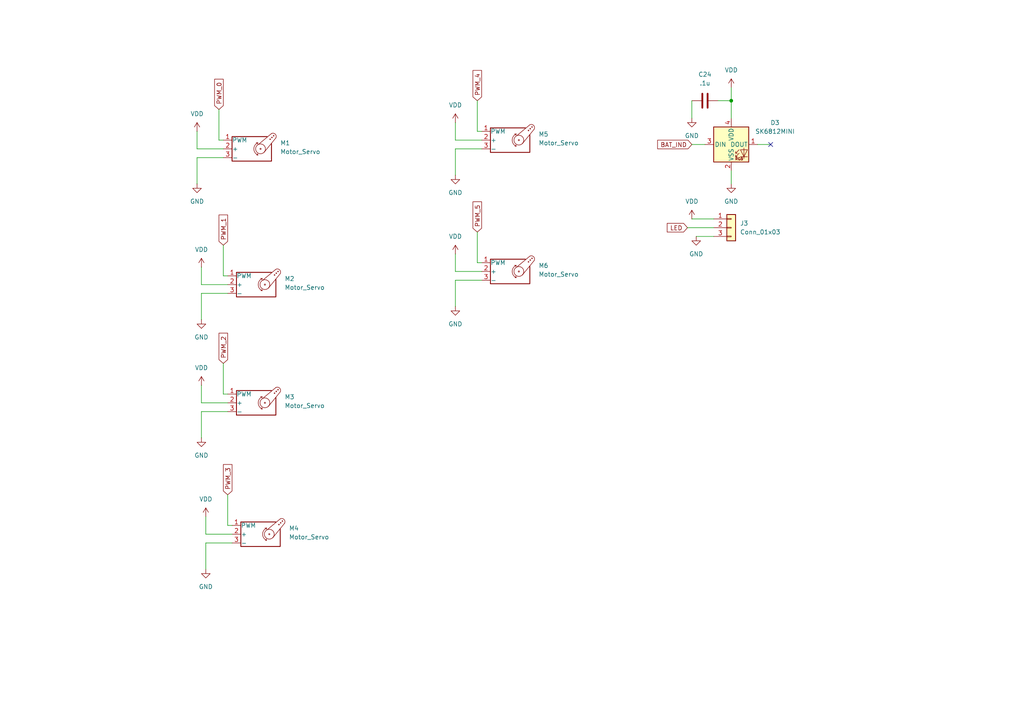
<source format=kicad_sch>
(kicad_sch (version 20231120) (generator "eeschema") (generator_version "8.0")
  (paper "A4")
  (lib_symbols
    (symbol "Connector_Generic:Conn_01x03" (pin_names (offset 1.016) hide)
      (property "Reference" "J" (at 0 5.08 0))
      (property "Value" "Conn_01x03" (at 0 -5.08 0))
      (symbol "Conn_01x03_1_1"
        (rectangle (start -1.27 -2.413) (end 0 -2.667) (stroke (width 0.1524)))
        (rectangle (start -1.27 0.127) (end 0 -0.127) (stroke (width 0.1524)))
        (rectangle (start -1.27 2.667) (end 0 2.413) (stroke (width 0.1524)))
        (rectangle (start -1.27 3.81) (end 1.27 -3.81) (stroke (width 0.254)) (fill (type background)))
        (pin passive line (at -5.08 2.54 0) (length 3.81) (name "Pin_1") (number "1"))
        (pin passive line (at -5.08 0 0) (length 3.81) (name "Pin_2") (number "2"))
        (pin passive line (at -5.08 -2.54 0) (length 3.81) (name "Pin_3") (number "3"))
      )
    )
    (symbol "Device:C" (pin_numbers hide) (pin_names (offset 0.254))
      (property "Reference" "C" (at 0.635 2.54 0))
      (property "Value" "C" (at 0.635 -2.54 0))
      (symbol "C_0_1"
        (polyline (pts (xy -2.032 -0.762) (xy 2.032 -0.762)) (stroke (width 0.508)))
        (polyline (pts (xy -2.032 0.762) (xy 2.032 0.762)) (stroke (width 0.508)))
      )
      (symbol "C_1_1"
        (pin passive line (at 0 3.81 270) (length 2.794) (name "~") (number "1"))
        (pin passive line (at 0 -3.81 90) (length 2.794) (name "~") (number "2"))
      )
    )
    (symbol "LED:SK6812MINI" (pin_names (offset 0.254))
      (property "Reference" "D" (at 5.08 5.715 0))
      (property "Value" "SK6812MINI" (at 1.27 -5.715 0))
      (symbol "SK6812MINI_0_0"
        (text "RGB" (at 2.286 -4.191 0) (effects (font (size 0.762 0.762))))
      )
      (symbol "SK6812MINI_0_1"
        (polyline (pts (xy 1.27 -3.556) (xy 1.778 -3.556)))
        (polyline (pts (xy 1.27 -2.54) (xy 1.778 -2.54)))
        (polyline (pts (xy 4.699 -3.556) (xy 2.667 -3.556)))
        (polyline (pts (xy 2.286 -2.54) (xy 1.27 -3.556) (xy 1.27 -3.048)))
        (polyline (pts (xy 2.286 -1.524) (xy 1.27 -2.54) (xy 1.27 -2.032)))
        (polyline (pts (xy 3.683 -1.016) (xy 3.683 -3.556) (xy 3.683 -4.064)))
        (polyline (pts (xy 4.699 -1.524) (xy 2.667 -1.524) (xy 3.683 -3.556) (xy 4.699 -1.524)))
        (rectangle (start 5.08 5.08) (end -5.08 -5.08) (stroke (width 0.254)) (fill (type background)))
      )
      (symbol "SK6812MINI_1_1"
        (pin output line (at 7.62 0 180) (length 2.54) (name "DOUT") (number "1"))
        (pin power_in line (at 0 -7.62 90) (length 2.54) (name "VSS") (number "2"))
        (pin input line (at -7.62 0 0) (length 2.54) (name "DIN") (number "3"))
        (pin power_in line (at 0 7.62 270) (length 2.54) (name "VDD") (number "4"))
      )
    )
    (symbol "Motor:Motor_Servo" (pin_names (offset 0.0254))
      (property "Reference" "M" (at -5.08 4.445 0))
      (property "Value" "Motor_Servo" (at -5.08 -4.064 0))
      (symbol "Motor_Servo_0_1"
        (polyline (pts (xy 2.413 -1.778) (xy 2.032 -1.778)))
        (polyline (pts (xy 2.413 -1.778) (xy 2.286 -1.397)))
        (polyline (pts (xy 2.413 1.778) (xy 1.905 1.778)))
        (polyline (pts (xy 2.413 1.778) (xy 2.286 1.397)))
        (polyline (pts (xy 6.35 4.445) (xy 2.54 1.27)))
        (polyline (pts (xy 7.62 3.175) (xy 4.191 -1.016)))
        (polyline (pts (xy 5.08 3.556) (xy -5.08 3.556) (xy -5.08 -3.556) (xy 6.35 -3.556) (xy 6.35 1.524)) (stroke (width 0.254)))
        (arc (start 2.413 1.778) (mid 1.2406 0) (end 2.413 -1.778))
        (circle (center 3.175 0) (radius 0.1778))
        (circle (center 3.175 0) (radius 1.4224))
        (circle (center 5.969 2.794) (radius 0.127))
        (circle (center 6.477 3.302) (radius 0.127))
        (circle (center 6.985 3.81) (radius 0.127))
        (arc (start 7.62 3.175) (mid 7.4485 4.2735) (end 6.35 4.445))
      )
      (symbol "Motor_Servo_1_1"
        (pin passive line (at -7.62 2.54 0) (length 2.54) (name "PWM") (number "1"))
        (pin passive line (at -7.62 0 0) (length 2.54) (name "+") (number "2"))
        (pin passive line (at -7.62 -2.54 0) (length 2.54) (name "-") (number "3"))
      )
    )
    (symbol "power:GND" (power) (pin_numbers hide) (pin_names (offset 0) hide)
      (property "Value" "GND" (at 0 -3.81 0))
      (symbol "GND_0_1"
        (polyline (pts (xy 0 0) (xy 0 -1.27) (xy 1.27 -1.27) (xy 0 -2.54) (xy -1.27 -1.27) (xy 0 -1.27)))
      )
      (symbol "GND_1_1"
        (pin power_in line (at 0 0 270) (length 0) (name "~") (number "1"))
      )
    )
    (symbol "power:VDD" (power) (pin_numbers hide) (pin_names (offset 0) hide)
      (property "Value" "VDD" (at 0 3.556 0))
      (symbol "VDD_0_1"
        (polyline (pts (xy -0.762 1.27) (xy 0 2.54)))
        (polyline (pts (xy 0 0) (xy 0 2.54)))
        (polyline (pts (xy 0 2.54) (xy 0.762 1.27)))
      )
      (symbol "VDD_1_1"
        (pin power_in line (at 0 0 90) (length 0) (name "~") (number "1"))
      )
    )
  )
  (junction (at 212.09 29.21))
  (no_connect (at 223.52 41.91))
  (wire (pts (xy 64.77 114.3) (xy 66.04 114.3)))
  (wire (pts (xy 58.42 116.84) (xy 66.04 116.84)))
  (wire (pts (xy 57.15 45.72) (xy 64.77 45.72)))
  (wire (pts (xy 57.15 38.1) (xy 57.15 43.18)))
  (wire (pts (xy 138.43 38.1) (xy 139.7 38.1)))
  (wire (pts (xy 58.42 111.76) (xy 58.42 116.84)))
  (wire (pts (xy 64.77 71.12) (xy 64.77 80.01)))
  (wire (pts (xy 212.09 29.21) (xy 212.09 34.29)))
  (wire (pts (xy 58.42 119.38) (xy 66.04 119.38)))
  (wire (pts (xy 132.08 40.64) (xy 139.7 40.64)))
  (wire (pts (xy 64.77 105.41) (xy 64.77 114.3)))
  (wire (pts (xy 138.43 76.2) (xy 139.7 76.2)))
  (wire (pts (xy 59.69 157.48) (xy 67.31 157.48)))
  (wire (pts (xy 57.15 43.18) (xy 64.77 43.18)))
  (wire (pts (xy 59.69 154.94) (xy 67.31 154.94)))
  (wire (pts (xy 57.15 53.34) (xy 57.15 45.72)))
  (wire (pts (xy 201.93 68.58) (xy 207.01 68.58)))
  (wire (pts (xy 58.42 82.55) (xy 66.04 82.55)))
  (wire (pts (xy 58.42 127) (xy 58.42 119.38)))
  (wire (pts (xy 132.08 50.8) (xy 132.08 43.18)))
  (wire (pts (xy 58.42 77.47) (xy 58.42 82.55)))
  (wire (pts (xy 199.39 66.04) (xy 207.01 66.04)))
  (wire (pts (xy 59.69 149.86) (xy 59.69 154.94)))
  (wire (pts (xy 212.09 25.4) (xy 212.09 29.21)))
  (wire (pts (xy 63.5 40.64) (xy 64.77 40.64)))
  (wire (pts (xy 59.69 165.1) (xy 59.69 157.48)))
  (wire (pts (xy 208.28 29.21) (xy 212.09 29.21)))
  (wire (pts (xy 132.08 81.28) (xy 139.7 81.28)))
  (wire (pts (xy 138.43 29.21) (xy 138.43 38.1)))
  (wire (pts (xy 200.66 34.29) (xy 200.66 29.21)))
  (wire (pts (xy 66.04 143.51) (xy 66.04 152.4)))
  (wire (pts (xy 132.08 35.56) (xy 132.08 40.64)))
  (wire (pts (xy 66.04 152.4) (xy 67.31 152.4)))
  (wire (pts (xy 132.08 73.66) (xy 132.08 78.74)))
  (wire (pts (xy 63.5 31.75) (xy 63.5 40.64)))
  (wire (pts (xy 132.08 43.18) (xy 139.7 43.18)))
  (wire (pts (xy 200.66 63.5) (xy 207.01 63.5)))
  (wire (pts (xy 132.08 78.74) (xy 139.7 78.74)))
  (wire (pts (xy 200.66 41.91) (xy 204.47 41.91)))
  (wire (pts (xy 223.52 41.91) (xy 219.71 41.91)))
  (wire (pts (xy 64.77 80.01) (xy 66.04 80.01)))
  (wire (pts (xy 132.08 88.9) (xy 132.08 81.28)))
  (wire (pts (xy 58.42 92.71) (xy 58.42 85.09)))
  (wire (pts (xy 138.43 67.31) (xy 138.43 76.2)))
  (wire (pts (xy 58.42 85.09) (xy 66.04 85.09)))
  (wire (pts (xy 212.09 53.34) (xy 212.09 49.53)))
  (global_label "PWM_1" (shape input) (at 64.77 71.12 90) (property "Intersheetrefs" "${INTERSHEET_REFS}" (effects (hide yes))))
  (global_label "PWM_3" (shape input) (at 66.04 143.51 90) (property "Intersheetrefs" "${INTERSHEET_REFS}" (effects (hide yes))))
  (global_label "PWM_0" (shape input) (at 63.5 31.75 90) (property "Intersheetrefs" "${INTERSHEET_REFS}" (effects (hide yes))))
  (global_label "LED" (shape input) (at 199.39 66.04 180) (property "Intersheetrefs" "${INTERSHEET_REFS}" (effects (hide yes))))
  (global_label "BAT_IND" (shape input) (at 200.66 41.91 180) (property "Intersheetrefs" "${INTERSHEET_REFS}" (effects (hide yes))))
  (global_label "PWM_5" (shape input) (at 138.43 67.31 90) (property "Intersheetrefs" "${INTERSHEET_REFS}" (effects (hide yes))))
  (global_label "PWM_4" (shape input) (at 138.43 29.21 90) (property "Intersheetrefs" "${INTERSHEET_REFS}" (effects (hide yes))))
  (global_label "PWM_2" (shape input) (at 64.77 105.41 90) (property "Intersheetrefs" "${INTERSHEET_REFS}" (effects (hide yes))))
  (symbol (lib_id "LED:SK6812MINI") (at 212.09 41.91 0) (unit 1)
    (property "Reference" "D3" (at 224.79 35.5914 0))
    (property "Value" "SK6812MINI" (at 224.79 38.1314 0))
    (property "Footprint" "LED_SMD:LED_SK6812MINI_PLCC4_3.5x3.5mm_P1.75mm" (effects (hide yes)))
    (property "Datasheet" "https://cdn-shop.adafruit.com/product-files/2686/SK6812MINI_REV.01-1-2.pdf" (effects (hide yes)))
    (property "Description" "RGB LED with integrated controller" (effects (hide yes)))
    (property "LCSC PN" "C2922787" (effects (hide yes)))
  )
  (symbol (lib_id "power:VDD") (at 57.15 38.1 0) (unit 1)
    (property "Reference" "#PWR044" (effects (hide yes)))
    (property "Value" "VDD" (at 57.15 33.02 0))
    (property "Description" "Power symbol creates a global label with name \"VDD\"" (effects (hide yes)))
  )
  (symbol (lib_id "power:GND") (at 58.42 92.71 0) (unit 1)
    (property "Reference" "#PWR065" (effects (hide yes)))
    (property "Value" "GND" (at 58.42 97.79 0))
    (property "Description" "Power symbol creates a global label with name \"GND\" , ground" (effects (hide yes)))
  )
  (symbol (lib_id "Motor:Motor_Servo") (at 73.66 116.84 0) (unit 1)
    (property "Reference" "M3" (at 82.55 115.1365 0) (effects (justify left)))
    (property "Value" "Motor_Servo" (at 82.55 117.6765 0) (effects (justify left)))
    (property "Footprint" "Connector_PinHeader_2.54mm:PinHeader_1x03_P2.54mm_Vertical" (effects (hide yes)))
    (property "Datasheet" "http://forums.parallax.com/uploads/attachments/46831/74481.png" (effects (hide yes)))
    (property "Description" "Servo Motor (Futaba, HiTec, JR connector)" (effects (hide yes)))
  )
  (symbol (lib_id "power:GND") (at 132.08 88.9 0) (unit 1)
    (property "Reference" "#PWR073" (effects (hide yes)))
    (property "Value" "GND" (at 132.08 93.98 0))
    (property "Description" "Power symbol creates a global label with name \"GND\" , ground" (effects (hide yes)))
  )
  (symbol (lib_id "power:VDD") (at 58.42 77.47 0) (unit 1)
    (property "Reference" "#PWR064" (effects (hide yes)))
    (property "Value" "VDD" (at 58.42 72.39 0))
    (property "Description" "Power symbol creates a global label with name \"VDD\"" (effects (hide yes)))
  )
  (symbol (lib_id "power:GND") (at 58.42 127 0) (unit 1)
    (property "Reference" "#PWR067" (effects (hide yes)))
    (property "Value" "GND" (at 58.42 132.08 0))
    (property "Description" "Power symbol creates a global label with name \"GND\" , ground" (effects (hide yes)))
  )
  (symbol (lib_id "power:VDD") (at 212.09 25.4 0) (unit 1)
    (property "Reference" "#PWR030" (effects (hide yes)))
    (property "Value" "VDD" (at 212.09 20.32 0))
    (property "Description" "Power symbol creates a global label with name \"VDD\"" (effects (hide yes)))
  )
  (symbol (lib_id "Connector_Generic:Conn_01x03") (at 212.09 66.04 0) (unit 1)
    (property "Reference" "J3" (at 214.63 64.7699 0) (effects (justify left)))
    (property "Value" "Conn_01x03" (at 214.63 67.3099 0) (effects (justify left)))
    (property "Footprint" "Connector_PinHeader_2.54mm:PinHeader_1x03_P2.54mm_Horizontal" (effects (hide yes)))
    (property "Description" "Generic connector, single row, 01x03, script generated (kicad-library-utils/schlib/autogen/connector/)" (effects (hide yes)))
  )
  (symbol (lib_id "Motor:Motor_Servo") (at 74.93 154.94 0) (unit 1)
    (property "Reference" "M4" (at 83.82 153.2365 0) (effects (justify left)))
    (property "Value" "Motor_Servo" (at 83.82 155.7765 0) (effects (justify left)))
    (property "Footprint" "Connector_PinHeader_2.54mm:PinHeader_1x03_P2.54mm_Vertical" (effects (hide yes)))
    (property "Datasheet" "http://forums.parallax.com/uploads/attachments/46831/74481.png" (effects (hide yes)))
    (property "Description" "Servo Motor (Futaba, HiTec, JR connector)" (effects (hide yes)))
  )
  (symbol (lib_id "power:GND") (at 132.08 50.8 0) (unit 1)
    (property "Reference" "#PWR071" (effects (hide yes)))
    (property "Value" "GND" (at 132.08 55.88 0))
    (property "Description" "Power symbol creates a global label with name \"GND\" , ground" (effects (hide yes)))
  )
  (symbol (lib_id "power:GND") (at 201.93 68.58 0) (unit 1)
    (property "Reference" "#PWR047" (effects (hide yes)))
    (property "Value" "GND" (at 201.93 73.66 0))
    (property "Description" "Power symbol creates a global label with name \"GND\" , ground" (effects (hide yes)))
  )
  (symbol (lib_id "power:GND") (at 212.09 53.34 0) (unit 1)
    (property "Reference" "#PWR045" (effects (hide yes)))
    (property "Value" "GND" (at 212.09 58.42 0))
    (property "Description" "Power symbol creates a global label with name \"GND\" , ground" (effects (hide yes)))
  )
  (symbol (lib_id "power:VDD") (at 58.42 111.76 0) (unit 1)
    (property "Reference" "#PWR066" (effects (hide yes)))
    (property "Value" "VDD" (at 58.42 106.68 0))
    (property "Description" "Power symbol creates a global label with name \"VDD\"" (effects (hide yes)))
  )
  (symbol (lib_id "power:VDD") (at 132.08 73.66 0) (unit 1)
    (property "Reference" "#PWR072" (effects (hide yes)))
    (property "Value" "VDD" (at 132.08 68.58 0))
    (property "Description" "Power symbol creates a global label with name \"VDD\"" (effects (hide yes)))
  )
  (symbol (lib_id "Motor:Motor_Servo") (at 147.32 78.74 0) (unit 1)
    (property "Reference" "M6" (at 156.21 77.0365 0) (effects (justify left)))
    (property "Value" "Motor_Servo" (at 156.21 79.5765 0) (effects (justify left)))
    (property "Footprint" "Connector_PinHeader_2.54mm:PinHeader_1x03_P2.54mm_Vertical" (effects (hide yes)))
    (property "Datasheet" "http://forums.parallax.com/uploads/attachments/46831/74481.png" (effects (hide yes)))
    (property "Description" "Servo Motor (Futaba, HiTec, JR connector)" (effects (hide yes)))
  )
  (symbol (lib_id "power:GND") (at 200.66 34.29 0) (unit 1)
    (property "Reference" "#PWR079" (effects (hide yes)))
    (property "Value" "GND" (at 200.66 39.37 0))
    (property "Description" "Power symbol creates a global label with name \"GND\" , ground" (effects (hide yes)))
  )
  (symbol (lib_id "power:GND") (at 57.15 53.34 0) (unit 1)
    (property "Reference" "#PWR029" (effects (hide yes)))
    (property "Value" "GND" (at 57.15 58.42 0))
    (property "Description" "Power symbol creates a global label with name \"GND\" , ground" (effects (hide yes)))
  )
  (symbol (lib_id "Motor:Motor_Servo") (at 73.66 82.55 0) (unit 1)
    (property "Reference" "M2" (at 82.55 80.8465 0) (effects (justify left)))
    (property "Value" "Motor_Servo" (at 82.55 83.3865 0) (effects (justify left)))
    (property "Footprint" "Connector_PinHeader_2.54mm:PinHeader_1x03_P2.54mm_Vertical" (effects (hide yes)))
    (property "Datasheet" "http://forums.parallax.com/uploads/attachments/46831/74481.png" (effects (hide yes)))
    (property "Description" "Servo Motor (Futaba, HiTec, JR connector)" (effects (hide yes)))
  )
  (symbol (lib_id "Motor:Motor_Servo") (at 147.32 40.64 0) (unit 1)
    (property "Reference" "M5" (at 156.21 38.9365 0) (effects (justify left)))
    (property "Value" "Motor_Servo" (at 156.21 41.4765 0) (effects (justify left)))
    (property "Footprint" "Connector_PinHeader_2.54mm:PinHeader_1x03_P2.54mm_Vertical" (effects (hide yes)))
    (property "Datasheet" "http://forums.parallax.com/uploads/attachments/46831/74481.png" (effects (hide yes)))
    (property "Description" "Servo Motor (Futaba, HiTec, JR connector)" (effects (hide yes)))
  )
  (symbol (lib_id "power:VDD") (at 132.08 35.56 0) (unit 1)
    (property "Reference" "#PWR070" (effects (hide yes)))
    (property "Value" "VDD" (at 132.08 30.48 0))
    (property "Description" "Power symbol creates a global label with name \"VDD\"" (effects (hide yes)))
  )
  (symbol (lib_id "Motor:Motor_Servo") (at 72.39 43.18 0) (unit 1)
    (property "Reference" "M1" (at 81.28 41.4765 0) (effects (justify left)))
    (property "Value" "Motor_Servo" (at 81.28 44.0165 0) (effects (justify left)))
    (property "Footprint" "Connector_PinHeader_2.54mm:PinHeader_1x03_P2.54mm_Vertical" (effects (hide yes)))
    (property "Datasheet" "http://forums.parallax.com/uploads/attachments/46831/74481.png" (effects (hide yes)))
    (property "Description" "Servo Motor (Futaba, HiTec, JR connector)" (effects (hide yes)))
  )
  (symbol (lib_id "power:VDD") (at 59.69 149.86 0) (unit 1)
    (property "Reference" "#PWR068" (effects (hide yes)))
    (property "Value" "VDD" (at 59.69 144.78 0))
    (property "Description" "Power symbol creates a global label with name \"VDD\"" (effects (hide yes)))
  )
  (symbol (lib_id "power:GND") (at 59.69 165.1 0) (unit 1)
    (property "Reference" "#PWR069" (effects (hide yes)))
    (property "Value" "GND" (at 59.69 170.18 0))
    (property "Description" "Power symbol creates a global label with name \"GND\" , ground" (effects (hide yes)))
  )
  (symbol (lib_id "power:VDD") (at 200.66 63.5 0) (unit 1)
    (property "Reference" "#PWR046" (effects (hide yes)))
    (property "Value" "VDD" (at 200.66 58.42 0))
    (property "Description" "Power symbol creates a global label with name \"VDD\"" (effects (hide yes)))
  )
  (symbol (lib_id "Device:C") (at 204.47 29.21 90) (unit 1)
    (property "Reference" "C24" (at 204.47 21.59 90))
    (property "Value" ".1u" (at 204.47 24.13 90))
    (property "Footprint" "Capacitor_SMD:C_0603_1608Metric" (effects (hide yes)))
    (property "Description" "Unpolarized capacitor" (effects (hide yes)))
    (property "LCSC PN" "C14663" (effects (hide yes)))
  )
)
</source>
